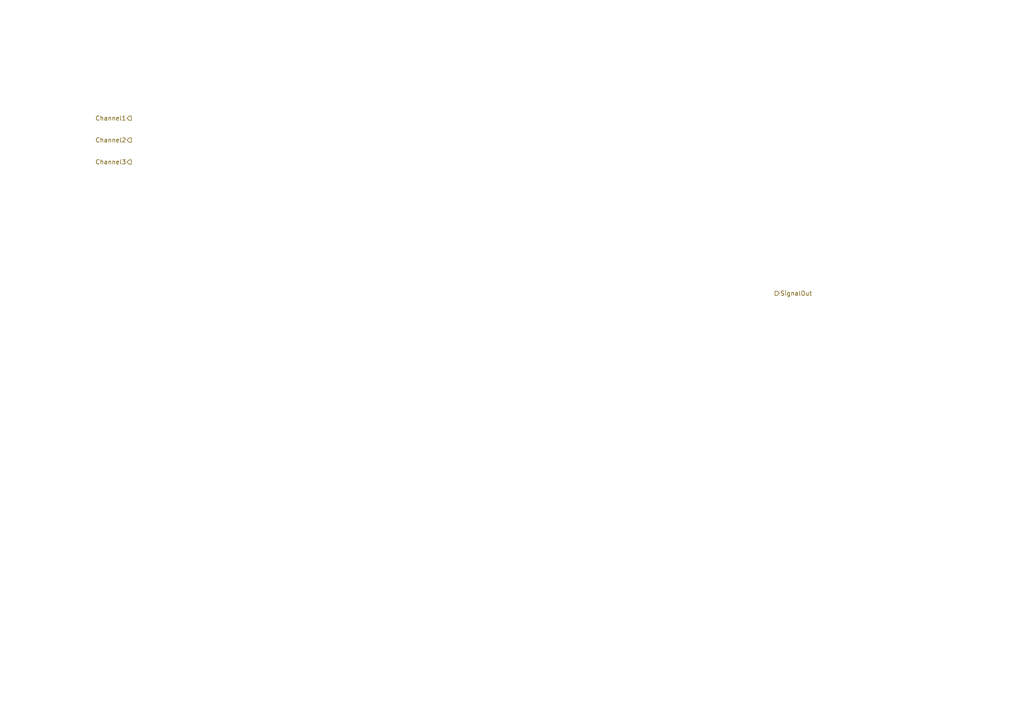
<source format=kicad_sch>
(kicad_sch (version 20230121) (generator eeschema)
  (paper "A4")
  (lib_symbols)
  (hierarchical_label "Channel2" (shape output) (at 38.1 40.64 180))
  (hierarchical_label "SignalOut" (shape output) (at 224.79 85.09 0))
  (hierarchical_label "Channel3" (shape output) (at 38.1 46.99 180))
  (hierarchical_label "Channel1" (shape output) (at 38.1 34.29 180))
)
</source>
